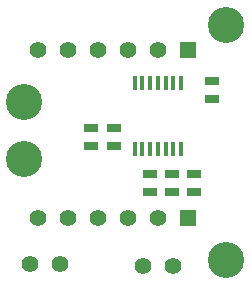
<source format=gbs>
G04 (created by PCBNEW (2013-07-07 BZR 4022)-stable) date 2/2/2014 1:41:28 AM*
%MOIN*%
G04 Gerber Fmt 3.4, Leading zero omitted, Abs format*
%FSLAX34Y34*%
G01*
G70*
G90*
G04 APERTURE LIST*
%ADD10C,0.00590551*%
%ADD11R,0.0118X0.0512*%
%ADD12R,0.045X0.025*%
%ADD13C,0.055*%
%ADD14C,0.12*%
%ADD15R,0.055X0.055*%
G04 APERTURE END LIST*
G54D10*
G54D11*
X79920Y-59860D03*
X80170Y-59860D03*
X80430Y-59860D03*
X80680Y-59860D03*
X80940Y-59860D03*
X81195Y-59860D03*
X81450Y-59860D03*
X81450Y-62060D03*
X81195Y-62060D03*
X80940Y-62060D03*
X80680Y-62060D03*
X80425Y-62060D03*
X80170Y-62060D03*
X79915Y-62060D03*
G54D12*
X78440Y-61340D03*
X78440Y-61940D03*
X79220Y-61340D03*
X79220Y-61940D03*
X80420Y-62900D03*
X80420Y-63500D03*
X81160Y-62900D03*
X81160Y-63500D03*
X81900Y-62900D03*
X81900Y-63500D03*
X82480Y-60380D03*
X82480Y-59780D03*
G54D13*
X81180Y-65940D03*
X80180Y-65940D03*
G54D14*
X82960Y-57920D03*
X82960Y-65760D03*
X76220Y-60500D03*
X76220Y-62400D03*
G54D15*
X81680Y-64340D03*
G54D13*
X80680Y-64340D03*
X79680Y-64340D03*
X78680Y-64340D03*
X77680Y-64340D03*
X76680Y-64340D03*
G54D15*
X81680Y-58740D03*
G54D13*
X80680Y-58740D03*
X79680Y-58740D03*
X78680Y-58740D03*
X77680Y-58740D03*
X76680Y-58740D03*
X76420Y-65880D03*
X77420Y-65880D03*
M02*

</source>
